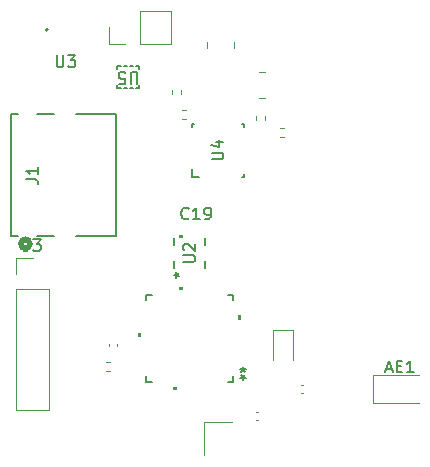
<source format=gto>
%TF.GenerationSoftware,KiCad,Pcbnew,9.0.6*%
%TF.CreationDate,2026-02-05T15:03:14-05:00*%
%TF.ProjectId,health_monitor,6865616c-7468-45f6-9d6f-6e69746f722e,rev?*%
%TF.SameCoordinates,Original*%
%TF.FileFunction,Legend,Top*%
%TF.FilePolarity,Positive*%
%FSLAX46Y46*%
G04 Gerber Fmt 4.6, Leading zero omitted, Abs format (unit mm)*
G04 Created by KiCad (PCBNEW 9.0.6) date 2026-02-05 15:03:14*
%MOMM*%
%LPD*%
G01*
G04 APERTURE LIST*
%ADD10C,0.150000*%
%ADD11C,0.152400*%
%ADD12C,0.508000*%
%ADD13C,0.120000*%
%ADD14C,0.000000*%
%ADD15C,0.200000*%
G04 APERTURE END LIST*
D10*
X121762218Y-50633333D02*
X122476503Y-50633333D01*
X122476503Y-50633333D02*
X122619360Y-50680952D01*
X122619360Y-50680952D02*
X122714599Y-50776190D01*
X122714599Y-50776190D02*
X122762218Y-50919047D01*
X122762218Y-50919047D02*
X122762218Y-51014285D01*
X122762218Y-49633333D02*
X122762218Y-50204761D01*
X122762218Y-49919047D02*
X121762218Y-49919047D01*
X121762218Y-49919047D02*
X121905075Y-50014285D01*
X121905075Y-50014285D02*
X122000313Y-50109523D01*
X122000313Y-50109523D02*
X122047932Y-50204761D01*
X135054819Y-57661904D02*
X135864342Y-57661904D01*
X135864342Y-57661904D02*
X135959580Y-57614285D01*
X135959580Y-57614285D02*
X136007200Y-57566666D01*
X136007200Y-57566666D02*
X136054819Y-57471428D01*
X136054819Y-57471428D02*
X136054819Y-57280952D01*
X136054819Y-57280952D02*
X136007200Y-57185714D01*
X136007200Y-57185714D02*
X135959580Y-57138095D01*
X135959580Y-57138095D02*
X135864342Y-57090476D01*
X135864342Y-57090476D02*
X135054819Y-57090476D01*
X135150057Y-56661904D02*
X135102438Y-56614285D01*
X135102438Y-56614285D02*
X135054819Y-56519047D01*
X135054819Y-56519047D02*
X135054819Y-56280952D01*
X135054819Y-56280952D02*
X135102438Y-56185714D01*
X135102438Y-56185714D02*
X135150057Y-56138095D01*
X135150057Y-56138095D02*
X135245295Y-56090476D01*
X135245295Y-56090476D02*
X135340533Y-56090476D01*
X135340533Y-56090476D02*
X135483390Y-56138095D01*
X135483390Y-56138095D02*
X136054819Y-56709523D01*
X136054819Y-56709523D02*
X136054819Y-56090476D01*
X134304819Y-58741499D02*
X134542914Y-58741499D01*
X134447676Y-58979594D02*
X134542914Y-58741499D01*
X134542914Y-58741499D02*
X134447676Y-58503404D01*
X134733390Y-58884356D02*
X134542914Y-58741499D01*
X134542914Y-58741499D02*
X134733390Y-58598642D01*
X134304819Y-58741499D02*
X134542914Y-58741499D01*
X134447676Y-58979594D02*
X134542914Y-58741499D01*
X134542914Y-58741499D02*
X134447676Y-58503404D01*
X134733390Y-58884356D02*
X134542914Y-58741499D01*
X134542914Y-58741499D02*
X134733390Y-58598642D01*
X131161778Y-42545180D02*
X131161778Y-41735657D01*
X131161778Y-41735657D02*
X131114159Y-41640419D01*
X131114159Y-41640419D02*
X131066540Y-41592800D01*
X131066540Y-41592800D02*
X130971302Y-41545180D01*
X130971302Y-41545180D02*
X130780826Y-41545180D01*
X130780826Y-41545180D02*
X130685588Y-41592800D01*
X130685588Y-41592800D02*
X130637969Y-41640419D01*
X130637969Y-41640419D02*
X130590350Y-41735657D01*
X130590350Y-41735657D02*
X130590350Y-42545180D01*
X129637969Y-42545180D02*
X130114159Y-42545180D01*
X130114159Y-42545180D02*
X130161778Y-42068990D01*
X130161778Y-42068990D02*
X130114159Y-42116609D01*
X130114159Y-42116609D02*
X130018921Y-42164228D01*
X130018921Y-42164228D02*
X129780826Y-42164228D01*
X129780826Y-42164228D02*
X129685588Y-42116609D01*
X129685588Y-42116609D02*
X129637969Y-42068990D01*
X129637969Y-42068990D02*
X129590350Y-41973752D01*
X129590350Y-41973752D02*
X129590350Y-41735657D01*
X129590350Y-41735657D02*
X129637969Y-41640419D01*
X129637969Y-41640419D02*
X129685588Y-41592800D01*
X129685588Y-41592800D02*
X129780826Y-41545180D01*
X129780826Y-41545180D02*
X130018921Y-41545180D01*
X130018921Y-41545180D02*
X130114159Y-41592800D01*
X130114159Y-41592800D02*
X130161778Y-41640419D01*
X121966666Y-55734819D02*
X121966666Y-56449104D01*
X121966666Y-56449104D02*
X121919047Y-56591961D01*
X121919047Y-56591961D02*
X121823809Y-56687200D01*
X121823809Y-56687200D02*
X121680952Y-56734819D01*
X121680952Y-56734819D02*
X121585714Y-56734819D01*
X122347619Y-55734819D02*
X122966666Y-55734819D01*
X122966666Y-55734819D02*
X122633333Y-56115771D01*
X122633333Y-56115771D02*
X122776190Y-56115771D01*
X122776190Y-56115771D02*
X122871428Y-56163390D01*
X122871428Y-56163390D02*
X122919047Y-56211009D01*
X122919047Y-56211009D02*
X122966666Y-56306247D01*
X122966666Y-56306247D02*
X122966666Y-56544342D01*
X122966666Y-56544342D02*
X122919047Y-56639580D01*
X122919047Y-56639580D02*
X122871428Y-56687200D01*
X122871428Y-56687200D02*
X122776190Y-56734819D01*
X122776190Y-56734819D02*
X122490476Y-56734819D01*
X122490476Y-56734819D02*
X122395238Y-56687200D01*
X122395238Y-56687200D02*
X122347619Y-56639580D01*
X135507142Y-53959580D02*
X135459523Y-54007200D01*
X135459523Y-54007200D02*
X135316666Y-54054819D01*
X135316666Y-54054819D02*
X135221428Y-54054819D01*
X135221428Y-54054819D02*
X135078571Y-54007200D01*
X135078571Y-54007200D02*
X134983333Y-53911961D01*
X134983333Y-53911961D02*
X134935714Y-53816723D01*
X134935714Y-53816723D02*
X134888095Y-53626247D01*
X134888095Y-53626247D02*
X134888095Y-53483390D01*
X134888095Y-53483390D02*
X134935714Y-53292914D01*
X134935714Y-53292914D02*
X134983333Y-53197676D01*
X134983333Y-53197676D02*
X135078571Y-53102438D01*
X135078571Y-53102438D02*
X135221428Y-53054819D01*
X135221428Y-53054819D02*
X135316666Y-53054819D01*
X135316666Y-53054819D02*
X135459523Y-53102438D01*
X135459523Y-53102438D02*
X135507142Y-53150057D01*
X136459523Y-54054819D02*
X135888095Y-54054819D01*
X136173809Y-54054819D02*
X136173809Y-53054819D01*
X136173809Y-53054819D02*
X136078571Y-53197676D01*
X136078571Y-53197676D02*
X135983333Y-53292914D01*
X135983333Y-53292914D02*
X135888095Y-53340533D01*
X136935714Y-54054819D02*
X137126190Y-54054819D01*
X137126190Y-54054819D02*
X137221428Y-54007200D01*
X137221428Y-54007200D02*
X137269047Y-53959580D01*
X137269047Y-53959580D02*
X137364285Y-53816723D01*
X137364285Y-53816723D02*
X137411904Y-53626247D01*
X137411904Y-53626247D02*
X137411904Y-53245295D01*
X137411904Y-53245295D02*
X137364285Y-53150057D01*
X137364285Y-53150057D02*
X137316666Y-53102438D01*
X137316666Y-53102438D02*
X137221428Y-53054819D01*
X137221428Y-53054819D02*
X137030952Y-53054819D01*
X137030952Y-53054819D02*
X136935714Y-53102438D01*
X136935714Y-53102438D02*
X136888095Y-53150057D01*
X136888095Y-53150057D02*
X136840476Y-53245295D01*
X136840476Y-53245295D02*
X136840476Y-53483390D01*
X136840476Y-53483390D02*
X136888095Y-53578628D01*
X136888095Y-53578628D02*
X136935714Y-53626247D01*
X136935714Y-53626247D02*
X137030952Y-53673866D01*
X137030952Y-53673866D02*
X137221428Y-53673866D01*
X137221428Y-53673866D02*
X137316666Y-53626247D01*
X137316666Y-53626247D02*
X137364285Y-53578628D01*
X137364285Y-53578628D02*
X137411904Y-53483390D01*
X137454819Y-48961904D02*
X138264342Y-48961904D01*
X138264342Y-48961904D02*
X138359580Y-48914285D01*
X138359580Y-48914285D02*
X138407200Y-48866666D01*
X138407200Y-48866666D02*
X138454819Y-48771428D01*
X138454819Y-48771428D02*
X138454819Y-48580952D01*
X138454819Y-48580952D02*
X138407200Y-48485714D01*
X138407200Y-48485714D02*
X138359580Y-48438095D01*
X138359580Y-48438095D02*
X138264342Y-48390476D01*
X138264342Y-48390476D02*
X137454819Y-48390476D01*
X137788152Y-47485714D02*
X138454819Y-47485714D01*
X137407200Y-47723809D02*
X138121485Y-47961904D01*
X138121485Y-47961904D02*
X138121485Y-47342857D01*
X152233333Y-66719104D02*
X152709523Y-66719104D01*
X152138095Y-67004819D02*
X152471428Y-66004819D01*
X152471428Y-66004819D02*
X152804761Y-67004819D01*
X153138095Y-66481009D02*
X153471428Y-66481009D01*
X153614285Y-67004819D02*
X153138095Y-67004819D01*
X153138095Y-67004819D02*
X153138095Y-66004819D01*
X153138095Y-66004819D02*
X153614285Y-66004819D01*
X154566666Y-67004819D02*
X153995238Y-67004819D01*
X154280952Y-67004819D02*
X154280952Y-66004819D01*
X154280952Y-66004819D02*
X154185714Y-66147676D01*
X154185714Y-66147676D02*
X154090476Y-66242914D01*
X154090476Y-66242914D02*
X153995238Y-66290533D01*
X140095800Y-66555575D02*
X140095800Y-66793670D01*
X139857705Y-66698432D02*
X140095800Y-66793670D01*
X140095800Y-66793670D02*
X140333895Y-66698432D01*
X139952943Y-66984146D02*
X140095800Y-66793670D01*
X140095800Y-66793670D02*
X140238657Y-66984146D01*
X140095799Y-67645936D02*
X140095799Y-67407841D01*
X140333894Y-67503079D02*
X140095799Y-67407841D01*
X140095799Y-67407841D02*
X139857704Y-67503079D01*
X140238656Y-67217365D02*
X140095799Y-67407841D01*
X140095799Y-67407841D02*
X139952942Y-67217365D01*
X124338095Y-40154819D02*
X124338095Y-40964342D01*
X124338095Y-40964342D02*
X124385714Y-41059580D01*
X124385714Y-41059580D02*
X124433333Y-41107200D01*
X124433333Y-41107200D02*
X124528571Y-41154819D01*
X124528571Y-41154819D02*
X124719047Y-41154819D01*
X124719047Y-41154819D02*
X124814285Y-41107200D01*
X124814285Y-41107200D02*
X124861904Y-41059580D01*
X124861904Y-41059580D02*
X124909523Y-40964342D01*
X124909523Y-40964342D02*
X124909523Y-40154819D01*
X125290476Y-40154819D02*
X125909523Y-40154819D01*
X125909523Y-40154819D02*
X125576190Y-40535771D01*
X125576190Y-40535771D02*
X125719047Y-40535771D01*
X125719047Y-40535771D02*
X125814285Y-40583390D01*
X125814285Y-40583390D02*
X125861904Y-40631009D01*
X125861904Y-40631009D02*
X125909523Y-40726247D01*
X125909523Y-40726247D02*
X125909523Y-40964342D01*
X125909523Y-40964342D02*
X125861904Y-41059580D01*
X125861904Y-41059580D02*
X125814285Y-41107200D01*
X125814285Y-41107200D02*
X125719047Y-41154819D01*
X125719047Y-41154819D02*
X125433333Y-41154819D01*
X125433333Y-41154819D02*
X125338095Y-41107200D01*
X125338095Y-41107200D02*
X125290476Y-41059580D01*
D11*
%TO.C,J1*%
X120480399Y-55481600D02*
X121029257Y-55481600D01*
X122705543Y-55481600D02*
X124127763Y-55481600D01*
X126007035Y-55481600D02*
X129319600Y-55481600D01*
X129319600Y-55481600D02*
X129319600Y-45118400D01*
X120480399Y-45118400D02*
X120480399Y-55481600D01*
X121029257Y-45118400D02*
X120480399Y-45118400D01*
X124127763Y-45118400D02*
X122705543Y-45118400D01*
X129319600Y-45118400D02*
X126007035Y-45118400D01*
D12*
X122063399Y-56116600D02*
G75*
G02*
X121301399Y-56116600I-381000J0D01*
G01*
X121301399Y-56116600D02*
G75*
G02*
X122063399Y-56116600I381000J0D01*
G01*
D13*
%TO.C,NX2012SA-1*%
X142640000Y-63440000D02*
X142640000Y-65960000D01*
X144360000Y-63440000D02*
X142640000Y-63440000D01*
X144360000Y-65960000D02*
X144360000Y-63440000D01*
%TO.C,L2*%
X141438748Y-41590000D02*
X141961252Y-41590000D01*
X141438748Y-43810000D02*
X141961252Y-43810000D01*
%TO.C,L1*%
X137090000Y-39561252D02*
X137090000Y-39038748D01*
X139310000Y-39561252D02*
X139310000Y-39038748D01*
D11*
%TO.C,U2*%
X134279200Y-55617300D02*
X134279200Y-56231715D01*
X134279200Y-57568285D02*
X134279200Y-58182700D01*
X136920800Y-56231715D02*
X136920800Y-55617300D01*
X136920800Y-58182700D02*
X136920800Y-57568285D01*
D14*
G36*
X135040499Y-55591900D02*
G01*
X134659499Y-55591900D01*
X134659499Y-55337900D01*
X135040499Y-55337900D01*
X135040499Y-55591900D01*
G37*
D13*
%TO.C,C32*%
X144992164Y-68040000D02*
X145207836Y-68040000D01*
X144992164Y-68760000D02*
X145207836Y-68760000D01*
%TO.C,C6*%
X141407836Y-70340000D02*
X141192164Y-70340000D01*
X141407836Y-71060000D02*
X141192164Y-71060000D01*
D11*
%TO.C,U5*%
X129472774Y-41047500D02*
X129472774Y-41297654D01*
X129472774Y-42702346D02*
X129472774Y-42952500D01*
X129472774Y-42952500D02*
X129763523Y-42952500D01*
X129763523Y-41047500D02*
X129472774Y-41047500D01*
X130035973Y-42952500D02*
X130263649Y-42952500D01*
X130263649Y-41047500D02*
X130035973Y-41047500D01*
X130536099Y-42952500D02*
X130763775Y-42952500D01*
X130763775Y-41047500D02*
X130536099Y-41047500D01*
X131036225Y-42952500D02*
X131326974Y-42952500D01*
X131326974Y-41047500D02*
X131036225Y-41047500D01*
X131326974Y-41297654D02*
X131326974Y-41047500D01*
X131326974Y-42952500D02*
X131326974Y-42702346D01*
D13*
%TO.C,J3*%
X120920000Y-57280000D02*
X122300000Y-57280000D01*
X120920000Y-58660000D02*
X120920000Y-57280000D01*
X120920000Y-59930000D02*
X120920000Y-70200000D01*
X120920000Y-59930000D02*
X123680000Y-59930000D01*
X120920000Y-70200000D02*
X123680000Y-70200000D01*
X123680000Y-59930000D02*
X123680000Y-70200000D01*
%TO.C,C4*%
X128740000Y-64592164D02*
X128740000Y-64807836D01*
X129460000Y-64592164D02*
X129460000Y-64807836D01*
%TO.C,R1*%
X128532379Y-66120000D02*
X128867621Y-66120000D01*
X128532379Y-66880000D02*
X128867621Y-66880000D01*
%TO.C,R5*%
X141220000Y-45332379D02*
X141220000Y-45667621D01*
X141980000Y-45332379D02*
X141980000Y-45667621D01*
%TO.C,R3*%
X135267621Y-44820000D02*
X134932379Y-44820000D01*
X135267621Y-45580000D02*
X134932379Y-45580000D01*
D15*
%TO.C,U4*%
X135775001Y-46199999D02*
X135775001Y-45975001D01*
X135775001Y-50424999D02*
X135775001Y-49799999D01*
X135999999Y-45975001D02*
X135775001Y-45975001D01*
X136400001Y-50424999D02*
X135775001Y-50424999D01*
X140224999Y-45975001D02*
X140000001Y-45975001D01*
X140224999Y-46199999D02*
X140224999Y-45975001D01*
X140224999Y-50424999D02*
X140000001Y-50424999D01*
X140224999Y-50424999D02*
X140224999Y-50200001D01*
D13*
%TO.C,AE1*%
X151090000Y-67240000D02*
X151090000Y-69560000D01*
X151090000Y-69560000D02*
X155000000Y-69560000D01*
X155000000Y-67240000D02*
X151090000Y-67240000D01*
D11*
%TO.C,MCU1*%
X131917000Y-60417000D02*
X131917000Y-60889567D01*
X131917000Y-67310433D02*
X131917000Y-67783000D01*
X131917000Y-67783000D02*
X132389567Y-67783000D01*
X132389567Y-60417000D02*
X131917000Y-60417000D01*
X138810433Y-67783000D02*
X139283000Y-67783000D01*
X139283000Y-60417000D02*
X138810433Y-60417000D01*
X139283000Y-60889567D02*
X139283000Y-60417000D01*
X139283000Y-67783000D02*
X139283000Y-67310433D01*
D14*
G36*
X131485200Y-64040437D02*
G01*
X131231200Y-64040437D01*
X131231200Y-63659437D01*
X131485200Y-63659437D01*
X131485200Y-64040437D01*
G37*
G36*
X134540185Y-68468800D02*
G01*
X134159185Y-68468800D01*
X134159185Y-68214800D01*
X134540185Y-68214800D01*
X134540185Y-68468800D01*
G37*
G36*
X135040311Y-59985200D02*
G01*
X134659311Y-59985200D01*
X134659311Y-59731200D01*
X135040311Y-59731200D01*
X135040311Y-59985200D01*
G37*
G36*
X139968800Y-62540059D02*
G01*
X139714800Y-62540059D01*
X139714800Y-62159059D01*
X139968800Y-62159059D01*
X139968800Y-62540059D01*
G37*
D13*
%TO.C,J2*%
X128745000Y-39180000D02*
X128745000Y-37800000D01*
X130125000Y-39180000D02*
X128745000Y-39180000D01*
X131395000Y-36420000D02*
X134045000Y-36420000D01*
X131395000Y-39180000D02*
X131395000Y-36420000D01*
X131395000Y-39180000D02*
X134045000Y-39180000D01*
X134045000Y-39180000D02*
X134045000Y-36420000D01*
%TO.C,R4*%
X143232379Y-46320000D02*
X143567621Y-46320000D01*
X143232379Y-47080000D02*
X143567621Y-47080000D01*
%TO.C,R2*%
X134120000Y-43467621D02*
X134120000Y-43132379D01*
X134880000Y-43467621D02*
X134880000Y-43132379D01*
%TO.C,CX2016FB-1*%
X136790000Y-71190000D02*
X136790000Y-74010000D01*
X139210000Y-71190000D02*
X136790000Y-71190000D01*
D11*
%TO.C,U3*%
X123595074Y-38000000D02*
G75*
G02*
X123391874Y-38000000I-101600J0D01*
G01*
X123391874Y-38000000D02*
G75*
G02*
X123595074Y-38000000I101600J0D01*
G01*
%TD*%
M02*

</source>
